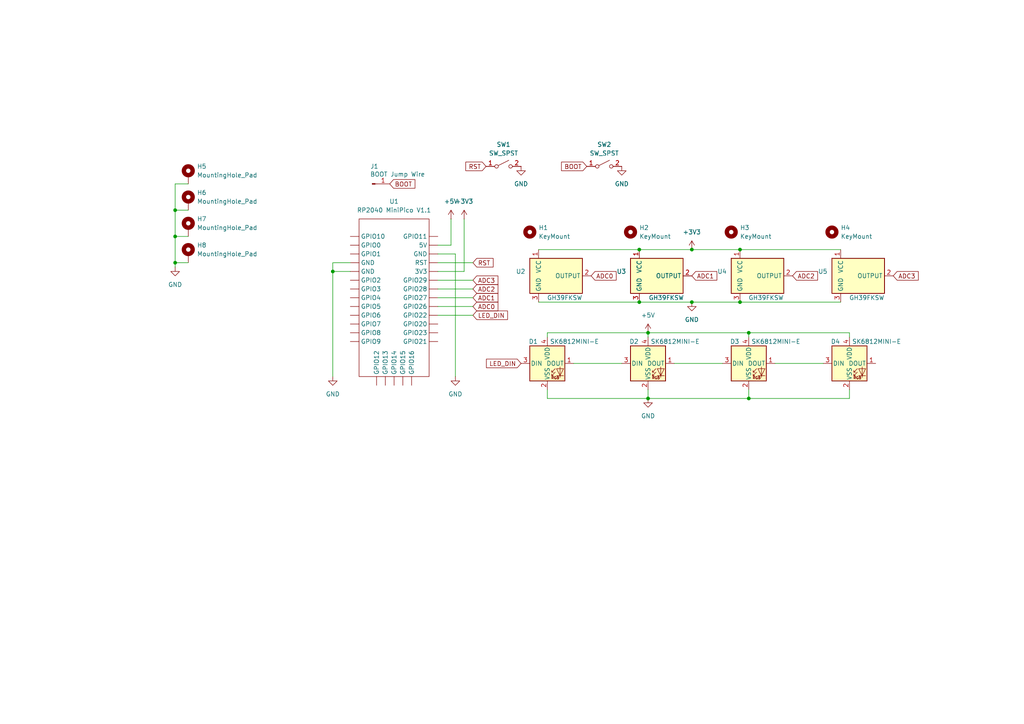
<source format=kicad_sch>
(kicad_sch (version 20231120) (generator "eeschema") (generator_version "8.0")
  (paper "A4")
  (lib_symbols
    (symbol "+3V3_1" (power) (pin_numbers hide) (pin_names (offset 0) hide)
      (property "Value" "+3V3" (at 0 3.556 0))
      (symbol "+3V3_1_0_1"
        (polyline (pts (xy -0.762 1.27) (xy 0 2.54)))
        (polyline (pts (xy 0 0) (xy 0 2.54)))
        (polyline (pts (xy 0 2.54) (xy 0.762 1.27)))
      )
      (symbol "+3V3_1_1_1"
        (pin power_in line (at 0 0 90) (length 0) (name "~") (number "1"))
      )
    )
    (symbol "Connector:Conn_01x01_Pin" (pin_names (offset 1.016) hide)
      (property "Reference" "J" (at 0 2.54 0))
      (property "Value" "Conn_01x01_Pin" (at 0 -2.54 0))
      (symbol "Conn_01x01_Pin_1_1"
        (polyline (pts (xy 1.27 0) (xy 0.8636 0)) (stroke (width 0.1524)))
        (rectangle (start 0.8636 0.127) (end 0 -0.127) (stroke (width 0.1524)) (fill (type outline)))
        (pin passive line (at 5.08 0 180) (length 3.81) (name "Pin_1") (number "1"))
      )
    )
    (symbol "Library:RP2040_MiniPico_V1.1" (pin_numbers hide)
      (property "Reference" "U" (at 0.762 1.27 0))
      (property "Value" "RP2040 MiniPico V1.1" (at 31.496 -44.958 0))
      (symbol "RP2040_MiniPico_V1.1_0_1"
        (rectangle (start 0 0) (end 20.32 -45.72))
      )
      (symbol "RP2040_MiniPico_V1.1_1_1"
        (pin bidirectional line (at 22.86 -5.08 180) (length 2.54) (name "GPIO11") (number "1"))
        (pin bidirectional line (at 22.86 -27.94 180) (length 2.54) (name "GPIO22") (number "10"))
        (pin bidirectional line (at 22.86 -30.48 180) (length 2.54) (name "GPIO20") (number "11"))
        (pin bidirectional line (at 22.86 -33.02 180) (length 2.54) (name "GPIO23") (number "12"))
        (pin bidirectional line (at 22.86 -35.56 180) (length 2.54) (name "GPIO21") (number "13"))
        (pin bidirectional line (at 15.24 -48.26 90) (length 2.54) (name "GPIO16") (number "14"))
        (pin bidirectional line (at 12.7 -48.26 90) (length 2.54) (name "GPIO15") (number "15"))
        (pin bidirectional line (at 10.16 -48.26 90) (length 2.54) (name "GPIO14") (number "16"))
        (pin bidirectional line (at 7.62 -48.26 90) (length 2.54) (name "GPIO13") (number "17"))
        (pin bidirectional line (at 5.08 -48.26 90) (length 2.54) (name "GPIO12") (number "18"))
        (pin bidirectional line (at -2.54 -35.56 0) (length 2.54) (name "GPIO9") (number "19"))
        (pin power_out line (at 22.86 -7.62 180) (length 2.54) (name "5V") (number "2"))
        (pin bidirectional line (at -2.54 -33.02 0) (length 2.54) (name "GPIO8") (number "20"))
        (pin bidirectional line (at -2.54 -30.48 0) (length 2.54) (name "GPIO7") (number "21"))
        (pin bidirectional line (at -2.54 -27.94 0) (length 2.54) (name "GPIO6") (number "22"))
        (pin bidirectional line (at -2.54 -25.4 0) (length 2.54) (name "GPIO5") (number "23"))
        (pin bidirectional line (at -2.54 -22.86 0) (length 2.54) (name "GPIO4") (number "24"))
        (pin bidirectional line (at -2.54 -20.32 0) (length 2.54) (name "GPIO3") (number "25"))
        (pin bidirectional line (at -2.54 -17.78 0) (length 2.54) (name "GPIO2") (number "26"))
        (pin power_out line (at -2.54 -15.24 0) (length 2.54) (name "GND") (number "27"))
        (pin power_out line (at -2.54 -12.7 0) (length 2.54) (name "GND") (number "28"))
        (pin bidirectional line (at -2.54 -10.16 0) (length 2.54) (name "GPIO1") (number "29"))
        (pin power_out line (at 22.86 -10.16 180) (length 2.54) (name "GND") (number "3"))
        (pin bidirectional line (at -2.54 -7.62 0) (length 2.54) (name "GPIO0") (number "30"))
        (pin bidirectional line (at -2.54 -5.08 0) (length 2.54) (name "GPIO10") (number "31"))
        (pin input line (at 22.86 -12.7 180) (length 2.54) (name "RST") (number "4"))
        (pin power_out line (at 22.86 -15.24 180) (length 2.54) (name "3V3") (number "5"))
        (pin bidirectional line (at 22.86 -17.78 180) (length 2.54) (name "GPIO29") (number "6"))
        (pin bidirectional line (at 22.86 -20.32 180) (length 2.54) (name "GPIO28") (number "7"))
        (pin bidirectional line (at 22.86 -22.86 180) (length 2.54) (name "GPIO27") (number "8"))
        (pin bidirectional line (at 22.86 -25.4 180) (length 2.54) (name "GPIO26") (number "9"))
      )
    )
    (symbol "Library:SK6812MINI-E" (pin_names (offset 0.254))
      (property "Reference" "D1" (at -4.064 6.35 0))
      (property "Value" "SK6812MINI-E" (at 7.874 6.35 0))
      (symbol "SK6812MINI-E_0_0"
        (text "RGB" (at 2.286 -4.191 0) (effects (font (size 0.762 0.762))))
      )
      (symbol "SK6812MINI-E_0_1"
        (polyline (pts (xy 1.27 -3.556) (xy 1.778 -3.556)))
        (polyline (pts (xy 1.27 -2.54) (xy 1.778 -2.54)))
        (polyline (pts (xy 4.699 -3.556) (xy 2.667 -3.556)))
        (polyline (pts (xy 2.286 -2.54) (xy 1.27 -3.556) (xy 1.27 -3.048)))
        (polyline (pts (xy 2.286 -1.524) (xy 1.27 -2.54) (xy 1.27 -2.032)))
        (polyline (pts (xy 3.683 -1.016) (xy 3.683 -3.556) (xy 3.683 -4.064)))
        (polyline (pts (xy 4.699 -1.524) (xy 2.667 -1.524) (xy 3.683 -3.556) (xy 4.699 -1.524)))
        (rectangle (start 5.08 5.08) (end -5.08 -5.08) (stroke (width 0.254)) (fill (type background)))
      )
      (symbol "SK6812MINI-E_1_1"
        (pin output line (at 7.62 0 180) (length 2.54) (name "DOUT") (number "1"))
        (pin power_in line (at 0 -7.62 90) (length 2.54) (name "VSS") (number "2"))
        (pin input line (at -7.62 0 0) (length 2.54) (name "DIN") (number "3"))
        (pin power_in line (at 0 7.62 270) (length 2.54) (name "VDD") (number "4"))
      )
    )
    (symbol "Mechanical:MountingHole" (pin_names (offset 1.016))
      (property "Reference" "H" (at 0 5.08 0))
      (property "Value" "MountingHole" (at 0 3.175 0))
      (symbol "MountingHole_0_1"
        (circle (center 0 0) (radius 1.27) (stroke (width 1.27)))
      )
    )
    (symbol "Mechanical:MountingHole_Pad" (pin_numbers hide) (pin_names (offset 1.016) hide)
      (property "Reference" "H" (at 0 6.35 0))
      (property "Value" "MountingHole_Pad" (at 0 4.445 0))
      (symbol "MountingHole_Pad_0_1"
        (circle (center 0 1.27) (radius 1.27) (stroke (width 1.27)))
      )
      (symbol "MountingHole_Pad_1_1"
        (pin input line (at 0 -2.54 90) (length 2.54) (name "1") (number "1"))
      )
    )
    (symbol "Sensor_Magnetic:SM351LT"
      (property "Reference" "U" (at 5.08 8.89 0))
      (property "Value" "SM351LT" (at 2.54 6.35 0))
      (symbol "SM351LT_0_1"
        (rectangle (start 7.62 5.08) (end -7.62 -5.08) (stroke (width 0.254)) (fill (type background)))
      )
      (symbol "SM351LT_1_1"
        (pin power_in line (at -5.08 7.62 270) (length 2.54) (name "VCC") (number "1"))
        (pin output line (at 10.16 0 180) (length 2.54) (name "OUTPUT") (number "2"))
        (pin power_in line (at -5.08 -7.62 90) (length 2.54) (name "GND") (number "3"))
      )
    )
    (symbol "Switch:SW_SPST" (pin_names (offset 0) hide)
      (property "Reference" "SW" (at 0 3.175 0))
      (property "Value" "SW_SPST" (at 0 -2.54 0))
      (symbol "SW_SPST_0_0"
        (circle (center -2.032 0) (radius 0.508))
        (polyline (pts (xy -1.524 0.254) (xy 1.524 1.778)))
        (circle (center 2.032 0) (radius 0.508))
      )
      (symbol "SW_SPST_1_1"
        (pin passive line (at -5.08 0 0) (length 2.54) (name "A") (number "1"))
        (pin passive line (at 5.08 0 180) (length 2.54) (name "B") (number "2"))
      )
    )
    (symbol "power:GND" (power) (pin_numbers hide) (pin_names (offset 0) hide)
      (property "Value" "GND" (at 0 -3.81 0))
      (symbol "GND_0_1"
        (polyline (pts (xy 0 0) (xy 0 -1.27) (xy 1.27 -1.27) (xy 0 -2.54) (xy -1.27 -1.27) (xy 0 -1.27)))
      )
      (symbol "GND_1_1"
        (pin power_in line (at 0 0 270) (length 0) (name "~") (number "1"))
      )
    )
  )
  (junction (at 185.42 87.63))
  (junction (at 200.66 87.63))
  (junction (at 200.66 72.39))
  (junction (at 214.63 87.63))
  (junction (at 50.8 76.2))
  (junction (at 217.17 96.52))
  (junction (at 50.8 60.96))
  (junction (at 187.96 115.57))
  (junction (at 96.52 78.74))
  (junction (at 214.63 72.39))
  (junction (at 50.8 68.58))
  (junction (at 185.42 72.39))
  (junction (at 217.17 115.57))
  (junction (at 187.96 96.52))
  (wire (pts (xy 50.8 53.34) (xy 50.8 60.96)))
  (wire (pts (xy 54.61 68.58) (xy 50.8 68.58)))
  (wire (pts (xy 54.61 76.2) (xy 50.8 76.2)))
  (wire (pts (xy 50.8 60.96) (xy 54.61 60.96)))
  (wire (pts (xy 217.17 96.52) (xy 187.96 96.52)))
  (wire (pts (xy 132.08 73.66) (xy 132.08 109.22)))
  (wire (pts (xy 243.84 72.39) (xy 214.63 72.39)))
  (wire (pts (xy 158.75 96.52) (xy 187.96 96.52)))
  (wire (pts (xy 50.8 77.47) (xy 50.8 76.2)))
  (wire (pts (xy 130.81 71.12) (xy 127 71.12)))
  (wire (pts (xy 187.96 115.57) (xy 187.96 113.03)))
  (wire (pts (xy 156.21 72.39) (xy 185.42 72.39)))
  (wire (pts (xy 156.21 87.63) (xy 185.42 87.63)))
  (wire (pts (xy 185.42 87.63) (xy 200.66 87.63)))
  (wire (pts (xy 217.17 115.57) (xy 187.96 115.57)))
  (wire (pts (xy 200.66 87.63) (xy 214.63 87.63)))
  (wire (pts (xy 246.38 96.52) (xy 217.17 96.52)))
  (wire (pts (xy 134.62 78.74) (xy 127 78.74)))
  (wire (pts (xy 137.16 91.44) (xy 127 91.44)))
  (wire (pts (xy 246.38 113.03) (xy 246.38 115.57)))
  (wire (pts (xy 50.8 76.2) (xy 50.8 68.58)))
  (wire (pts (xy 96.52 78.74) (xy 101.6 78.74)))
  (wire (pts (xy 96.52 76.2) (xy 96.52 78.74)))
  (wire (pts (xy 50.8 68.58) (xy 50.8 60.96)))
  (wire (pts (xy 158.75 113.03) (xy 158.75 115.57)))
  (wire (pts (xy 134.62 63.5) (xy 134.62 78.74)))
  (wire (pts (xy 200.66 72.39) (xy 185.42 72.39)))
  (wire (pts (xy 217.17 113.03) (xy 217.17 115.57)))
  (wire (pts (xy 127 73.66) (xy 132.08 73.66)))
  (wire (pts (xy 137.16 81.28) (xy 127 81.28)))
  (wire (pts (xy 246.38 97.79) (xy 246.38 96.52)))
  (wire (pts (xy 137.16 86.36) (xy 127 86.36)))
  (wire (pts (xy 195.58 105.41) (xy 209.55 105.41)))
  (wire (pts (xy 137.16 83.82) (xy 127 83.82)))
  (wire (pts (xy 187.96 96.52) (xy 187.96 97.79)))
  (wire (pts (xy 166.37 105.41) (xy 180.34 105.41)))
  (wire (pts (xy 224.79 105.41) (xy 238.76 105.41)))
  (wire (pts (xy 96.52 109.22) (xy 96.52 78.74)))
  (wire (pts (xy 137.16 88.9) (xy 127 88.9)))
  (wire (pts (xy 137.16 76.2) (xy 127 76.2)))
  (wire (pts (xy 214.63 87.63) (xy 243.84 87.63)))
  (wire (pts (xy 246.38 115.57) (xy 217.17 115.57)))
  (wire (pts (xy 130.81 63.5) (xy 130.81 71.12)))
  (wire (pts (xy 158.75 97.79) (xy 158.75 96.52)))
  (wire (pts (xy 54.61 53.34) (xy 50.8 53.34)))
  (wire (pts (xy 101.6 76.2) (xy 96.52 76.2)))
  (wire (pts (xy 217.17 97.79) (xy 217.17 96.52)))
  (wire (pts (xy 214.63 72.39) (xy 200.66 72.39)))
  (wire (pts (xy 158.75 115.57) (xy 187.96 115.57)))
  (global_label "ADC3" (shape input) (at 137.16 81.28 0) (property "Intersheetrefs" "${INTERSHEET_REFS}" (effects (hide yes))))
  (global_label "LED_DIN" (shape input) (at 151.13 105.41 180) (property "Intersheetrefs" "${INTERSHEET_REFS}" (effects (hide yes))))
  (global_label "ADC0" (shape input) (at 137.16 88.9 0) (property "Intersheetrefs" "${INTERSHEET_REFS}" (effects (hide yes))))
  (global_label "ADC3" (shape input) (at 259.08 80.01 0) (property "Intersheetrefs" "${INTERSHEET_REFS}" (effects (hide yes))))
  (global_label "BOOT" (shape input) (at 113.03 53.34 0) (property "Intersheetrefs" "${INTERSHEET_REFS}" (effects (hide yes))))
  (global_label "ADC2" (shape input) (at 137.16 83.82 0) (property "Intersheetrefs" "${INTERSHEET_REFS}" (effects (hide yes))))
  (global_label "RST" (shape input) (at 137.16 76.2 0) (property "Intersheetrefs" "${INTERSHEET_REFS}" (effects (hide yes))))
  (global_label "ADC0" (shape input) (at 171.45 80.01 0) (property "Intersheetrefs" "${INTERSHEET_REFS}" (effects (hide yes))))
  (global_label "ADC1" (shape input) (at 137.16 86.36 0) (property "Intersheetrefs" "${INTERSHEET_REFS}" (effects (hide yes))))
  (global_label "ADC1" (shape input) (at 200.66 80.01 0) (property "Intersheetrefs" "${INTERSHEET_REFS}" (effects (hide yes))))
  (global_label "ADC2" (shape input) (at 229.87 80.01 0) (property "Intersheetrefs" "${INTERSHEET_REFS}" (effects (hide yes))))
  (global_label "BOOT" (shape input) (at 170.18 48.26 180) (property "Intersheetrefs" "${INTERSHEET_REFS}" (effects (hide yes))))
  (global_label "RST" (shape input) (at 140.97 48.26 180) (property "Intersheetrefs" "${INTERSHEET_REFS}" (effects (hide yes))))
  (global_label "LED_DIN" (shape input) (at 137.16 91.44 0) (property "Intersheetrefs" "${INTERSHEET_REFS}" (effects (hide yes))))
  (symbol (lib_id "Sensor_Magnetic:SM351LT") (at 248.92 80.01 0) (unit 1)
    (property "Reference" "U5" (at 240.03 78.7399 0) (effects (justify right)))
    (property "Value" "GH39FKSW" (at 256.54 86.36 0) (effects (justify right)))
    (property "Footprint" "Package_TO_SOT_SMD:SOT-23" (effects (hide yes)))
    (property "Datasheet" "https://datasheet.lcsc.com/lcsc/1811061518_GoChip-Elec-Tech--Shanghai-GH39FKSW_C266230.pdf" (effects (hide yes)))
    (property "Description" "SOT-23-3L Hall Sensor ROHS" (effects (hide yes)))
    (property "LCSC" "C266230" (effects (hide yes)))
  )
  (symbol (lib_id "Sensor_Magnetic:SM351LT") (at 219.71 80.01 0) (unit 1)
    (property "Reference" "U4" (at 210.82 78.7399 0) (effects (justify right)))
    (property "Value" "GH39FKSW" (at 227.33 86.36 0) (effects (justify right)))
    (property "Footprint" "Package_TO_SOT_SMD:SOT-23" (effects (hide yes)))
    (property "Datasheet" "https://datasheet.lcsc.com/lcsc/1811061518_GoChip-Elec-Tech--Shanghai-GH39FKSW_C266230.pdf" (effects (hide yes)))
    (property "Description" "SOT-23-3L Hall Sensor ROHS" (effects (hide yes)))
    (property "LCSC" "C266230" (effects (hide yes)))
  )
  (symbol (lib_id "Library:SK6812MINI-E") (at 217.17 105.41 0) (unit 1)
    (property "Reference" "D3" (at 213.106 99.06 0))
    (property "Value" "SK6812MINI-E" (at 225.044 99.06 0))
    (property "Footprint" "Library:SK6812-MINI-E" (effects (hide yes)))
    (property "Datasheet" "https://cdn-shop.adafruit.com/product-files/4960/4960_SK6812MINI-E_REV02_EN.pdf" (effects (hide yes)))
    (property "Description" "RGB LED with integrated controller, back smd" (effects (hide yes)))
  )
  (symbol (lib_id "Library:SK6812MINI-E") (at 158.75 105.41 0) (unit 1)
    (property "Reference" "D1" (at 154.686 99.06 0))
    (property "Value" "SK6812MINI-E" (at 166.624 99.06 0))
    (property "Footprint" "Library:SK6812-MINI-E" (effects (hide yes)))
    (property "Datasheet" "https://cdn-shop.adafruit.com/product-files/4960/4960_SK6812MINI-E_REV02_EN.pdf" (effects (hide yes)))
    (property "Description" "RGB LED with integrated controller, back smd" (effects (hide yes)))
  )
  (symbol (lib_id "Mechanical:MountingHole") (at 153.67 67.31 0) (unit 1)
    (property "Reference" "H1" (at 156.21 66.0399 0) (effects (justify left)))
    (property "Value" "KeyMount" (at 156.21 68.5799 0) (effects (justify left)))
    (property "Footprint" "Library:SW_HE_MX_PCB" (effects (hide yes)))
    (property "Description" "Mounting Hole without connection" (effects (hide yes)))
  )
  (symbol (lib_id "power:GND") (at 151.13 48.26 0) (unit 1)
    (property "Reference" "#PWR05" (effects (hide yes)))
    (property "Value" "GND" (at 151.13 53.34 0))
    (property "Description" "Power symbol creates a global label with name \"GND\" , ground" (effects (hide yes)))
  )
  (symbol (lib_id "Mechanical:MountingHole_Pad") (at 54.61 58.42 0) (unit 1)
    (property "Reference" "H6" (at 57.15 55.8799 0) (effects (justify left)))
    (property "Value" "MountingHole_Pad" (at 57.15 58.4199 0) (effects (justify left)))
    (property "Footprint" "MountingHole:MountingHole_2.5mm_Pad_Via" (effects (hide yes)))
    (property "Description" "Mounting Hole with connection" (effects (hide yes)))
  )
  (symbol (lib_id "Switch:SW_SPST") (at 175.26 48.26 0) (unit 1)
    (property "Reference" "SW2" (at 175.26 41.91 0))
    (property "Value" "SW_SPST" (at 175.26 44.45 0))
    (property "Footprint" "Button_Switch_SMD:SW_SPST_PTS810" (effects (hide yes)))
    (property "Description" "Single Pole Single Throw (SPST) switch" (effects (hide yes)))
  )
  (symbol (lib_id "power:GND") (at 200.66 87.63 0) (unit 1)
    (property "Reference" "#PWR02" (effects (hide yes)))
    (property "Value" "GND" (at 200.66 92.71 0))
    (property "Description" "Power symbol creates a global label with name \"GND\" , ground" (effects (hide yes)))
  )
  (symbol (lib_id "Mechanical:MountingHole_Pad") (at 54.61 66.04 0) (unit 1)
    (property "Reference" "H7" (at 57.15 63.4999 0) (effects (justify left)))
    (property "Value" "MountingHole_Pad" (at 57.15 66.0399 0) (effects (justify left)))
    (property "Footprint" "MountingHole:MountingHole_2.5mm_Pad_Via" (effects (hide yes)))
    (property "Description" "Mounting Hole with connection" (effects (hide yes)))
  )
  (symbol (lib_id "Mechanical:MountingHole") (at 241.3 67.31 0) (unit 1)
    (property "Reference" "H4" (at 243.84 66.0399 0) (effects (justify left)))
    (property "Value" "KeyMount" (at 243.84 68.5799 0) (effects (justify left)))
    (property "Footprint" "Library:SW_HE_MX_PCB" (effects (hide yes)))
    (property "Description" "Mounting Hole without connection" (effects (hide yes)))
  )
  (symbol (lib_id "Mechanical:MountingHole") (at 182.88 67.31 0) (unit 1)
    (property "Reference" "H2" (at 185.42 66.0399 0) (effects (justify left)))
    (property "Value" "KeyMount" (at 185.42 68.5799 0) (effects (justify left)))
    (property "Footprint" "Library:SW_HE_MX_PCB" (effects (hide yes)))
    (property "Description" "Mounting Hole without connection" (effects (hide yes)))
  )
  (symbol (lib_id "Library:RP2040_MiniPico_V1.1") (at 104.14 63.5 0) (unit 1)
    (property "Reference" "U1" (at 114.3 58.42 0))
    (property "Value" "RP2040 MiniPico V1.1" (at 114.3 60.96 0))
    (property "Footprint" "Library:RP2040_MiniPico_V1.1" (effects (hide yes)))
    (property "Datasheet" "https://www.nologo.tech/product/raspberrypie/RP2040ProMicro.html" (effects (hide yes)))
    (property "Description" "RP2040 ProMicro (MiniPico) Board from nologotech" (effects (hide yes)))
  )
  (symbol (lib_name "+3V3_1") (lib_id "power:+3V3") (at 134.62 63.5 0) (unit 1)
    (property "Reference" "#PWR03" (effects (hide yes)))
    (property "Value" "+3V3" (at 134.62 58.42 0))
    (property "Description" "Power symbol creates a global label with name \"+3V3\"" (effects (hide yes)))
  )
  (symbol (lib_id "Sensor_Magnetic:SM351LT") (at 161.29 80.01 0) (unit 1)
    (property "Reference" "U2" (at 152.4 78.7399 0) (effects (justify right)))
    (property "Value" "GH39FKSW" (at 168.91 86.36 0) (effects (justify right)))
    (property "Footprint" "Package_TO_SOT_SMD:SOT-23" (effects (hide yes)))
    (property "Datasheet" "https://datasheet.lcsc.com/lcsc/1811061518_GoChip-Elec-Tech--Shanghai-GH39FKSW_C266230.pdf" (effects (hide yes)))
    (property "Description" "SOT-23-3L Hall Sensor ROHS" (effects (hide yes)))
    (property "LCSC" "C266230" (effects (hide yes)))
  )
  (symbol (lib_id "Library:SK6812MINI-E") (at 187.96 105.41 0) (unit 1)
    (property "Reference" "D2" (at 183.896 99.06 0))
    (property "Value" "SK6812MINI-E" (at 195.834 99.06 0))
    (property "Footprint" "Library:SK6812-MINI-E" (effects (hide yes)))
    (property "Datasheet" "https://cdn-shop.adafruit.com/product-files/4960/4960_SK6812MINI-E_REV02_EN.pdf" (effects (hide yes)))
    (property "Description" "RGB LED with integrated controller, back smd" (effects (hide yes)))
  )
  (symbol (lib_name "+3V3_1") (lib_id "power:+3V3") (at 130.81 63.5 0) (unit 1)
    (property "Reference" "#PWR010" (effects (hide yes)))
    (property "Value" "+5V" (at 130.81 58.42 0))
    (property "Description" "Power symbol creates a global label with name \"+3V3\"" (effects (hide yes)))
  )
  (symbol (lib_name "+3V3_1") (lib_id "power:+3V3") (at 200.66 72.39 0) (unit 1)
    (property "Reference" "#PWR01" (effects (hide yes)))
    (property "Value" "+3V3" (at 200.66 67.31 0))
    (property "Description" "Power symbol creates a global label with name \"+3V3\"" (effects (hide yes)))
  )
  (symbol (lib_id "Sensor_Magnetic:SM351LT") (at 190.5 80.01 0) (unit 1)
    (property "Reference" "U3" (at 181.61 78.7399 0) (effects (justify right)))
    (property "Value" "GH39FKSW" (at 198.374 86.36 0) (effects (justify right)))
    (property "Footprint" "Package_TO_SOT_SMD:SOT-23" (effects (hide yes)))
    (property "Datasheet" "https://datasheet.lcsc.com/lcsc/1811061518_GoChip-Elec-Tech--Shanghai-GH39FKSW_C266230.pdf" (effects (hide yes)))
    (property "Description" "SOT-23-3L Hall Sensor ROHS" (effects (hide yes)))
    (property "LCSC" "C266230" (effects (hide yes)))
  )
  (symbol (lib_id "power:GND") (at 180.34 48.26 0) (unit 1)
    (property "Reference" "#PWR07" (effects (hide yes)))
    (property "Value" "GND" (at 180.34 53.34 0))
    (property "Description" "Power symbol creates a global label with name \"GND\" , ground" (effects (hide yes)))
  )
  (symbol (lib_id "Mechanical:MountingHole_Pad") (at 54.61 73.66 0) (unit 1)
    (property "Reference" "H8" (at 57.15 71.1199 0) (effects (justify left)))
    (property "Value" "MountingHole_Pad" (at 57.15 73.6599 0) (effects (justify left)))
    (property "Footprint" "MountingHole:MountingHole_2.5mm_Pad_Via" (effects (hide yes)))
    (property "Description" "Mounting Hole with connection" (effects (hide yes)))
  )
  (symbol (lib_id "power:GND") (at 132.08 109.22 0) (unit 1)
    (property "Reference" "#PWR04" (effects (hide yes)))
    (property "Value" "GND" (at 132.08 114.3 0))
    (property "Description" "Power symbol creates a global label with name \"GND\" , ground" (effects (hide yes)))
  )
  (symbol (lib_id "power:GND") (at 50.8 77.47 0) (unit 1)
    (property "Reference" "#PWR011" (effects (hide yes)))
    (property "Value" "GND" (at 50.8 82.55 0))
    (property "Description" "Power symbol creates a global label with name \"GND\" , ground" (effects (hide yes)))
  )
  (symbol (lib_id "Mechanical:MountingHole_Pad") (at 54.61 50.8 0) (unit 1)
    (property "Reference" "H5" (at 57.15 48.2599 0) (effects (justify left)))
    (property "Value" "MountingHole_Pad" (at 57.15 50.7999 0) (effects (justify left)))
    (property "Footprint" "MountingHole:MountingHole_2.5mm_Pad_Via" (effects (hide yes)))
    (property "Description" "Mounting Hole with connection" (effects (hide yes)))
  )
  (symbol (lib_id "power:GND") (at 96.52 109.22 0) (unit 1)
    (property "Reference" "#PWR06" (effects (hide yes)))
    (property "Value" "GND" (at 96.52 114.3 0))
    (property "Description" "Power symbol creates a global label with name \"GND\" , ground" (effects (hide yes)))
  )
  (symbol (lib_id "power:GND") (at 187.96 115.57 0) (unit 1)
    (property "Reference" "#PWR09" (effects (hide yes)))
    (property "Value" "GND" (at 187.96 120.65 0))
    (property "Description" "Power symbol creates a global label with name \"GND\" , ground" (effects (hide yes)))
  )
  (symbol (lib_name "+3V3_1") (lib_id "power:+3V3") (at 187.96 96.52 0) (unit 1)
    (property "Reference" "#PWR08" (effects (hide yes)))
    (property "Value" "+5V" (at 187.96 91.44 0))
    (property "Description" "Power symbol creates a global label with name \"+3V3\"" (effects (hide yes)))
  )
  (symbol (lib_id "Mechanical:MountingHole") (at 212.09 67.31 0) (unit 1)
    (property "Reference" "H3" (at 214.63 66.0399 0) (effects (justify left)))
    (property "Value" "KeyMount" (at 214.63 68.5799 0) (effects (justify left)))
    (property "Footprint" "Library:SW_HE_MX_PCB" (effects (hide yes)))
    (property "Description" "Mounting Hole without connection" (effects (hide yes)))
  )
  (symbol (lib_id "Switch:SW_SPST") (at 146.05 48.26 0) (unit 1)
    (property "Reference" "SW1" (at 146.05 41.91 0))
    (property "Value" "SW_SPST" (at 146.05 44.45 0))
    (property "Footprint" "Button_Switch_SMD:SW_SPST_PTS810" (effects (hide yes)))
    (property "Description" "Single Pole Single Throw (SPST) switch" (effects (hide yes)))
  )
  (symbol (lib_id "Library:SK6812MINI-E") (at 246.38 105.41 0) (unit 1)
    (property "Reference" "D4" (at 242.316 99.06 0))
    (property "Value" "SK6812MINI-E" (at 254.254 99.06 0))
    (property "Footprint" "Library:SK6812-MINI-E" (effects (hide yes)))
    (property "Datasheet" "https://cdn-shop.adafruit.com/product-files/4960/4960_SK6812MINI-E_REV02_EN.pdf" (effects (hide yes)))
    (property "Description" "RGB LED with integrated controller, back smd" (effects (hide yes)))
  )
  (symbol (lib_id "Connector:Conn_01x01_Pin") (at 107.95 53.34 0) (unit 1)
    (property "Reference" "J1" (at 108.585 48.26 0))
    (property "Value" "BOOT Jump Wire" (at 115.316 50.546 0))
    (property "Footprint" "Connector_PinHeader_2.54mm:PinHeader_1x01_P2.54mm_Vertical" (effects (hide yes)))
    (property "Description" "Generic connector, single row, 01x01, script generated" (effects (hide yes)))
  )
)
</source>
